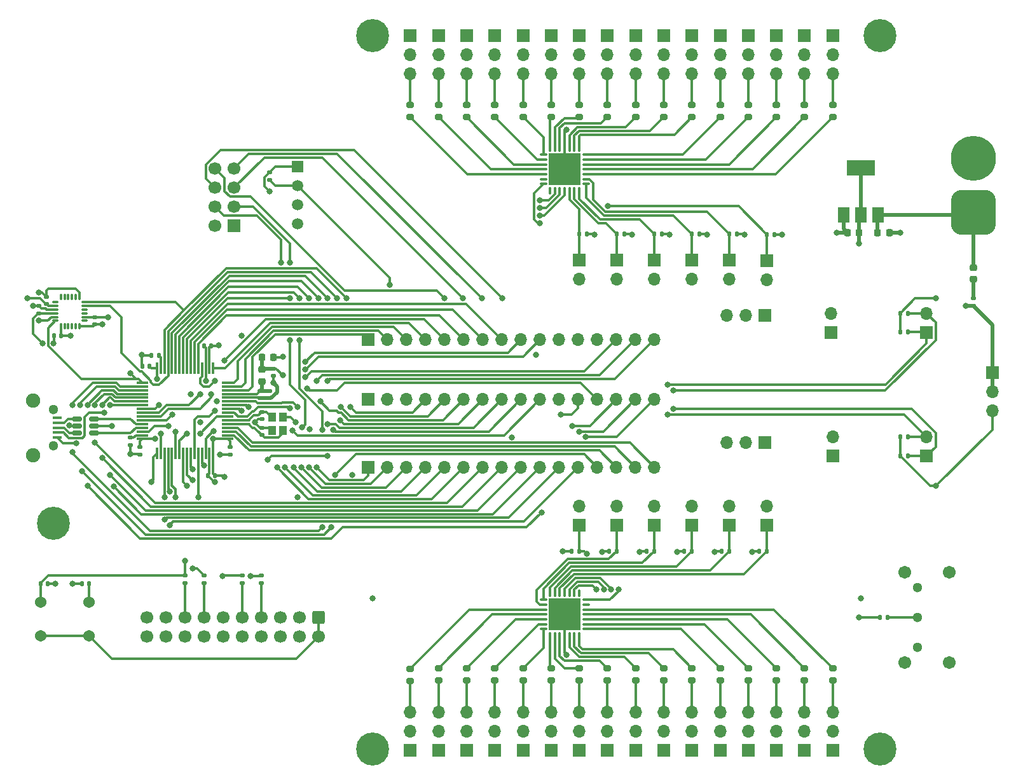
<source format=gtl>
G04 #@! TF.GenerationSoftware,KiCad,Pcbnew,7.0.5*
G04 #@! TF.CreationDate,2023-11-30T10:19:55+10:00*
G04 #@! TF.ProjectId,HEXCORE PCB Design v0,48455843-4f52-4452-9050-434220446573,rev?*
G04 #@! TF.SameCoordinates,Original*
G04 #@! TF.FileFunction,Copper,L1,Top*
G04 #@! TF.FilePolarity,Positive*
%FSLAX46Y46*%
G04 Gerber Fmt 4.6, Leading zero omitted, Abs format (unit mm)*
G04 Created by KiCad (PCBNEW 7.0.5) date 2023-11-30 10:19:55*
%MOMM*%
%LPD*%
G01*
G04 APERTURE LIST*
G04 Aperture macros list*
%AMRoundRect*
0 Rectangle with rounded corners*
0 $1 Rounding radius*
0 $2 $3 $4 $5 $6 $7 $8 $9 X,Y pos of 4 corners*
0 Add a 4 corners polygon primitive as box body*
4,1,4,$2,$3,$4,$5,$6,$7,$8,$9,$2,$3,0*
0 Add four circle primitives for the rounded corners*
1,1,$1+$1,$2,$3*
1,1,$1+$1,$4,$5*
1,1,$1+$1,$6,$7*
1,1,$1+$1,$8,$9*
0 Add four rect primitives between the rounded corners*
20,1,$1+$1,$2,$3,$4,$5,0*
20,1,$1+$1,$4,$5,$6,$7,0*
20,1,$1+$1,$6,$7,$8,$9,0*
20,1,$1+$1,$8,$9,$2,$3,0*%
G04 Aperture macros list end*
G04 #@! TA.AperFunction,ComponentPad*
%ADD10R,1.700000X1.700000*%
G04 #@! TD*
G04 #@! TA.AperFunction,ComponentPad*
%ADD11O,1.700000X1.700000*%
G04 #@! TD*
G04 #@! TA.AperFunction,ComponentPad*
%ADD12C,4.400000*%
G04 #@! TD*
G04 #@! TA.AperFunction,SMDPad,CuDef*
%ADD13RoundRect,0.140000X-0.170000X0.140000X-0.170000X-0.140000X0.170000X-0.140000X0.170000X0.140000X0*%
G04 #@! TD*
G04 #@! TA.AperFunction,SMDPad,CuDef*
%ADD14RoundRect,0.200000X-0.275000X0.200000X-0.275000X-0.200000X0.275000X-0.200000X0.275000X0.200000X0*%
G04 #@! TD*
G04 #@! TA.AperFunction,SMDPad,CuDef*
%ADD15RoundRect,0.218750X0.256250X-0.218750X0.256250X0.218750X-0.256250X0.218750X-0.256250X-0.218750X0*%
G04 #@! TD*
G04 #@! TA.AperFunction,SMDPad,CuDef*
%ADD16RoundRect,0.135000X-0.185000X0.135000X-0.185000X-0.135000X0.185000X-0.135000X0.185000X0.135000X0*%
G04 #@! TD*
G04 #@! TA.AperFunction,SMDPad,CuDef*
%ADD17RoundRect,0.225000X0.225000X0.250000X-0.225000X0.250000X-0.225000X-0.250000X0.225000X-0.250000X0*%
G04 #@! TD*
G04 #@! TA.AperFunction,SMDPad,CuDef*
%ADD18RoundRect,0.140000X0.140000X0.170000X-0.140000X0.170000X-0.140000X-0.170000X0.140000X-0.170000X0*%
G04 #@! TD*
G04 #@! TA.AperFunction,SMDPad,CuDef*
%ADD19RoundRect,0.200000X0.275000X-0.200000X0.275000X0.200000X-0.275000X0.200000X-0.275000X-0.200000X0*%
G04 #@! TD*
G04 #@! TA.AperFunction,SMDPad,CuDef*
%ADD20RoundRect,0.135000X0.135000X0.185000X-0.135000X0.185000X-0.135000X-0.185000X0.135000X-0.185000X0*%
G04 #@! TD*
G04 #@! TA.AperFunction,ComponentPad*
%ADD21R,1.500000X1.500000*%
G04 #@! TD*
G04 #@! TA.AperFunction,ComponentPad*
%ADD22C,1.500000*%
G04 #@! TD*
G04 #@! TA.AperFunction,SMDPad,CuDef*
%ADD23RoundRect,0.140000X0.170000X-0.140000X0.170000X0.140000X-0.170000X0.140000X-0.170000X-0.140000X0*%
G04 #@! TD*
G04 #@! TA.AperFunction,SMDPad,CuDef*
%ADD24R,1.000000X1.150000*%
G04 #@! TD*
G04 #@! TA.AperFunction,ComponentPad*
%ADD25C,1.300000*%
G04 #@! TD*
G04 #@! TA.AperFunction,ComponentPad*
%ADD26C,1.710000*%
G04 #@! TD*
G04 #@! TA.AperFunction,SMDPad,CuDef*
%ADD27RoundRect,0.150000X-0.512500X-0.150000X0.512500X-0.150000X0.512500X0.150000X-0.512500X0.150000X0*%
G04 #@! TD*
G04 #@! TA.AperFunction,SMDPad,CuDef*
%ADD28RoundRect,0.075000X0.437500X0.075000X-0.437500X0.075000X-0.437500X-0.075000X0.437500X-0.075000X0*%
G04 #@! TD*
G04 #@! TA.AperFunction,SMDPad,CuDef*
%ADD29RoundRect,0.075000X0.075000X0.437500X-0.075000X0.437500X-0.075000X-0.437500X0.075000X-0.437500X0*%
G04 #@! TD*
G04 #@! TA.AperFunction,SMDPad,CuDef*
%ADD30R,4.250000X4.250000*%
G04 #@! TD*
G04 #@! TA.AperFunction,SMDPad,CuDef*
%ADD31RoundRect,0.140000X-0.140000X-0.170000X0.140000X-0.170000X0.140000X0.170000X-0.140000X0.170000X0*%
G04 #@! TD*
G04 #@! TA.AperFunction,SMDPad,CuDef*
%ADD32RoundRect,0.135000X-0.135000X-0.185000X0.135000X-0.185000X0.135000X0.185000X-0.135000X0.185000X0*%
G04 #@! TD*
G04 #@! TA.AperFunction,ComponentPad*
%ADD33RoundRect,1.500000X1.500000X-1.500000X1.500000X1.500000X-1.500000X1.500000X-1.500000X-1.500000X0*%
G04 #@! TD*
G04 #@! TA.AperFunction,ComponentPad*
%ADD34C,6.000000*%
G04 #@! TD*
G04 #@! TA.AperFunction,SMDPad,CuDef*
%ADD35R,1.500000X2.000000*%
G04 #@! TD*
G04 #@! TA.AperFunction,SMDPad,CuDef*
%ADD36R,3.800000X2.000000*%
G04 #@! TD*
G04 #@! TA.AperFunction,ComponentPad*
%ADD37RoundRect,0.250000X-0.600000X0.600000X-0.600000X-0.600000X0.600000X-0.600000X0.600000X0.600000X0*%
G04 #@! TD*
G04 #@! TA.AperFunction,ComponentPad*
%ADD38C,1.700000*%
G04 #@! TD*
G04 #@! TA.AperFunction,SMDPad,CuDef*
%ADD39R,1.250000X0.400000*%
G04 #@! TD*
G04 #@! TA.AperFunction,ComponentPad*
%ADD40C,1.900000*%
G04 #@! TD*
G04 #@! TA.AperFunction,SMDPad,CuDef*
%ADD41RoundRect,0.225000X-0.225000X-0.250000X0.225000X-0.250000X0.225000X0.250000X-0.225000X0.250000X0*%
G04 #@! TD*
G04 #@! TA.AperFunction,ComponentPad*
%ADD42C,1.540000*%
G04 #@! TD*
G04 #@! TA.AperFunction,SMDPad,CuDef*
%ADD43RoundRect,0.075000X-0.075000X0.350000X-0.075000X-0.350000X0.075000X-0.350000X0.075000X0.350000X0*%
G04 #@! TD*
G04 #@! TA.AperFunction,SMDPad,CuDef*
%ADD44RoundRect,0.075000X-0.350000X-0.075000X0.350000X-0.075000X0.350000X0.075000X-0.350000X0.075000X0*%
G04 #@! TD*
G04 #@! TA.AperFunction,SMDPad,CuDef*
%ADD45RoundRect,0.075000X-0.437500X-0.075000X0.437500X-0.075000X0.437500X0.075000X-0.437500X0.075000X0*%
G04 #@! TD*
G04 #@! TA.AperFunction,SMDPad,CuDef*
%ADD46RoundRect,0.075000X-0.075000X-0.437500X0.075000X-0.437500X0.075000X0.437500X-0.075000X0.437500X0*%
G04 #@! TD*
G04 #@! TA.AperFunction,SMDPad,CuDef*
%ADD47RoundRect,0.075000X0.700000X0.075000X-0.700000X0.075000X-0.700000X-0.075000X0.700000X-0.075000X0*%
G04 #@! TD*
G04 #@! TA.AperFunction,SMDPad,CuDef*
%ADD48RoundRect,0.075000X0.075000X0.700000X-0.075000X0.700000X-0.075000X-0.700000X0.075000X-0.700000X0*%
G04 #@! TD*
G04 #@! TA.AperFunction,SMDPad,CuDef*
%ADD49RoundRect,0.135000X0.185000X-0.135000X0.185000X0.135000X-0.185000X0.135000X-0.185000X-0.135000X0*%
G04 #@! TD*
G04 #@! TA.AperFunction,ViaPad*
%ADD50C,0.800000*%
G04 #@! TD*
G04 #@! TA.AperFunction,Conductor*
%ADD51C,0.300000*%
G04 #@! TD*
G04 #@! TA.AperFunction,Conductor*
%ADD52C,0.500000*%
G04 #@! TD*
G04 APERTURE END LIST*
D10*
X133750000Y-122660000D03*
D11*
X133750000Y-120120000D03*
X133750000Y-117580000D03*
D12*
X140000000Y-27500000D03*
D13*
X40250000Y-81082000D03*
X40250000Y-82042000D03*
D14*
X81250000Y-36750000D03*
X81250000Y-38400000D03*
D15*
X57750000Y-73582000D03*
X57750000Y-72007000D03*
D16*
X57620000Y-99410000D03*
X57620000Y-100430000D03*
D10*
X146250000Y-83500000D03*
D11*
X146250000Y-80960000D03*
D10*
X124750000Y-64750000D03*
D11*
X122210000Y-64750000D03*
X119670000Y-64750000D03*
D17*
X137250000Y-53785000D03*
X135700000Y-53785000D03*
D13*
X58750000Y-74872000D03*
X58750000Y-75832000D03*
D16*
X55080000Y-99410000D03*
X55080000Y-100430000D03*
D18*
X31000000Y-67500000D03*
X30040000Y-67500000D03*
D16*
X47460000Y-99410000D03*
X47460000Y-100430000D03*
D19*
X133750000Y-113425000D03*
X133750000Y-111775000D03*
D13*
X57750000Y-77622000D03*
X57750000Y-78582000D03*
D10*
X105000000Y-57460000D03*
D11*
X105000000Y-60000000D03*
D10*
X71900000Y-85000000D03*
D11*
X74440000Y-85000000D03*
X76980000Y-85000000D03*
X79520000Y-85000000D03*
X82060000Y-85000000D03*
X84600000Y-85000000D03*
X87140000Y-85000000D03*
X89680000Y-85000000D03*
X92220000Y-85000000D03*
X94760000Y-85000000D03*
X97300000Y-85000000D03*
X99840000Y-85000000D03*
X102380000Y-85000000D03*
X104920000Y-85000000D03*
X107460000Y-85000000D03*
X110000000Y-85000000D03*
D20*
X105000000Y-96160000D03*
X103980000Y-96160000D03*
D19*
X88750000Y-113415000D03*
X88750000Y-111765000D03*
D10*
X71900000Y-76000000D03*
D11*
X74440000Y-76000000D03*
X76980000Y-76000000D03*
X79520000Y-76000000D03*
X82060000Y-76000000D03*
X84600000Y-76000000D03*
X87140000Y-76000000D03*
X89680000Y-76000000D03*
X92220000Y-76000000D03*
X94760000Y-76000000D03*
X97300000Y-76000000D03*
X99840000Y-76000000D03*
X102380000Y-76000000D03*
X104920000Y-76000000D03*
X107460000Y-76000000D03*
X110000000Y-76000000D03*
D19*
X81250000Y-113400000D03*
X81250000Y-111750000D03*
D10*
X125000000Y-92700000D03*
D11*
X125000000Y-90160000D03*
D10*
X115000000Y-122660000D03*
D11*
X115000000Y-120120000D03*
X115000000Y-117580000D03*
D10*
X133750000Y-83500000D03*
D11*
X133750000Y-80960000D03*
D14*
X85000000Y-36750000D03*
X85000000Y-38400000D03*
D21*
X62500000Y-45000000D03*
D22*
X62500000Y-47540000D03*
X62500000Y-50080000D03*
X62500000Y-52620000D03*
D10*
X81250000Y-27500000D03*
D11*
X81250000Y-30040000D03*
X81250000Y-32580000D03*
D19*
X130000000Y-113410000D03*
X130000000Y-111760000D03*
D10*
X130000000Y-122660000D03*
D11*
X130000000Y-120120000D03*
X130000000Y-117580000D03*
D10*
X118750000Y-122660000D03*
D11*
X118750000Y-120120000D03*
X118750000Y-117580000D03*
D18*
X42750000Y-71582000D03*
X41790000Y-71582000D03*
D10*
X88750000Y-122660000D03*
D11*
X88750000Y-120120000D03*
X88750000Y-117580000D03*
D13*
X57500000Y-74872000D03*
X57500000Y-75832000D03*
D23*
X29000000Y-63250000D03*
X29000000Y-62290000D03*
D13*
X59250000Y-71872000D03*
X59250000Y-72832000D03*
D14*
X118750000Y-36750000D03*
X118750000Y-38400000D03*
D10*
X96250000Y-122660000D03*
D11*
X96250000Y-120120000D03*
X96250000Y-117580000D03*
D13*
X28000000Y-63540000D03*
X28000000Y-64500000D03*
D24*
X60500000Y-80082000D03*
X60500000Y-78332000D03*
X59100000Y-78332000D03*
X59100000Y-80082000D03*
D14*
X115000000Y-36750000D03*
X115000000Y-38400000D03*
D10*
X100000000Y-92700000D03*
D11*
X100000000Y-90160000D03*
D20*
X143750000Y-64500000D03*
X142730000Y-64500000D03*
D14*
X103750000Y-36750000D03*
X103750000Y-38400000D03*
D25*
X145052500Y-109000000D03*
X145052500Y-105000000D03*
X145052500Y-101000000D03*
D26*
X149302500Y-111000000D03*
X143302500Y-111000000D03*
X143302500Y-99000000D03*
X149302500Y-99000000D03*
D14*
X130000000Y-36750000D03*
X130000000Y-38400000D03*
D20*
X143750000Y-67000000D03*
X142730000Y-67000000D03*
D16*
X58750000Y-45750000D03*
X58750000Y-46770000D03*
D13*
X53500000Y-82332000D03*
X53500000Y-83292000D03*
D10*
X120000000Y-92700000D03*
D11*
X120000000Y-90160000D03*
D10*
X105000000Y-92700000D03*
D11*
X105000000Y-90160000D03*
D23*
X35500000Y-65960000D03*
X35500000Y-65000000D03*
D10*
X103750000Y-122660000D03*
D11*
X103750000Y-120120000D03*
X103750000Y-117580000D03*
D10*
X115000000Y-27515000D03*
D11*
X115000000Y-30055000D03*
X115000000Y-32595000D03*
D14*
X77500000Y-36735000D03*
X77500000Y-38385000D03*
D10*
X85000000Y-27500000D03*
D11*
X85000000Y-30040000D03*
X85000000Y-32580000D03*
D27*
X33112500Y-78546000D03*
X33112500Y-79496000D03*
X33112500Y-80446000D03*
X35387500Y-80446000D03*
X35387500Y-79496000D03*
X35387500Y-78546000D03*
D20*
X100000000Y-96160000D03*
X98980000Y-96160000D03*
D10*
X122500000Y-122660000D03*
D11*
X122500000Y-120120000D03*
X122500000Y-117580000D03*
D10*
X100000000Y-122660000D03*
D11*
X100000000Y-120120000D03*
X100000000Y-117580000D03*
D28*
X100887500Y-47287500D03*
X100887500Y-46637500D03*
X100887500Y-45987500D03*
X100887500Y-45337500D03*
X100887500Y-44687500D03*
X100887500Y-44037500D03*
X100887500Y-43387500D03*
D29*
X100000000Y-42500000D03*
X99350000Y-42500000D03*
X98700000Y-42500000D03*
X98050000Y-42500000D03*
X97400000Y-42500000D03*
X96750000Y-42500000D03*
X96100000Y-42500000D03*
D28*
X95212500Y-43387500D03*
X95212500Y-44037500D03*
X95212500Y-44687500D03*
X95212500Y-45337500D03*
X95212500Y-45987500D03*
X95212500Y-46637500D03*
X95212500Y-47287500D03*
D29*
X96100000Y-48175000D03*
X96750000Y-48175000D03*
X97400000Y-48175000D03*
X98050000Y-48175000D03*
X98700000Y-48175000D03*
X99350000Y-48175000D03*
X100000000Y-48175000D03*
D30*
X98050000Y-45337500D03*
D10*
X155000000Y-72420000D03*
D11*
X155000000Y-74960000D03*
X155000000Y-77500000D03*
D31*
X50000000Y-68832000D03*
X50960000Y-68832000D03*
D32*
X125000000Y-54000000D03*
X126020000Y-54000000D03*
D31*
X28250000Y-100500000D03*
X29210000Y-100500000D03*
D10*
X110000000Y-57460000D03*
D11*
X110000000Y-60000000D03*
D10*
X85000000Y-122660000D03*
D11*
X85000000Y-120120000D03*
X85000000Y-117580000D03*
D18*
X44000000Y-70082000D03*
X43040000Y-70082000D03*
D14*
X111250000Y-36750000D03*
X111250000Y-38400000D03*
D32*
X110000000Y-53960000D03*
X111020000Y-53960000D03*
D20*
X115000000Y-96160000D03*
X113980000Y-96160000D03*
D12*
X140000000Y-122500000D03*
D19*
X118750000Y-113415000D03*
X118750000Y-111765000D03*
D33*
X152500000Y-51100000D03*
D34*
X152500000Y-43900000D03*
D14*
X133750000Y-36750000D03*
X133750000Y-38400000D03*
D10*
X122500000Y-27500000D03*
D11*
X122500000Y-30040000D03*
X122500000Y-32580000D03*
D35*
X135200000Y-51410000D03*
X137500000Y-51410000D03*
D36*
X137500000Y-45110000D03*
D35*
X139800000Y-51410000D03*
D10*
X115000000Y-92700000D03*
D11*
X115000000Y-90160000D03*
D37*
X65240000Y-105000000D03*
D38*
X65240000Y-107540000D03*
X62700000Y-105000000D03*
X62700000Y-107540000D03*
X60160000Y-105000000D03*
X60160000Y-107540000D03*
X57620000Y-105000000D03*
X57620000Y-107540000D03*
X55080000Y-105000000D03*
X55080000Y-107540000D03*
X52540000Y-105000000D03*
X52540000Y-107540000D03*
X50000000Y-105000000D03*
X50000000Y-107540000D03*
X47460000Y-105000000D03*
X47460000Y-107540000D03*
X44920000Y-105000000D03*
X44920000Y-107540000D03*
X42380000Y-105000000D03*
X42380000Y-107540000D03*
D10*
X88750000Y-27500000D03*
D11*
X88750000Y-30040000D03*
X88750000Y-32580000D03*
D20*
X110000000Y-96160000D03*
X108980000Y-96160000D03*
D10*
X110000000Y-92700000D03*
D11*
X110000000Y-90160000D03*
D39*
X30450000Y-78450000D03*
X30450000Y-79100000D03*
X30450000Y-79750000D03*
X30450000Y-80400000D03*
X30450000Y-81050000D03*
D25*
X29930000Y-77325000D03*
X29930000Y-82175000D03*
D40*
X27250000Y-76125000D03*
X27250000Y-83375000D03*
D41*
X139725000Y-53785000D03*
X141275000Y-53785000D03*
D10*
X96250000Y-27500000D03*
D11*
X96250000Y-30040000D03*
X96250000Y-32580000D03*
D10*
X100000000Y-27500000D03*
D11*
X100000000Y-30040000D03*
X100000000Y-32580000D03*
D10*
X130000000Y-27515000D03*
D11*
X130000000Y-30055000D03*
X130000000Y-32595000D03*
D10*
X92500000Y-122660000D03*
D11*
X92500000Y-120120000D03*
X92500000Y-117580000D03*
D10*
X54000000Y-52870000D03*
D38*
X51460000Y-52870000D03*
X54000000Y-50330000D03*
X51460000Y-50330000D03*
X54000000Y-47790000D03*
X51460000Y-47790000D03*
X54000000Y-45250000D03*
X51460000Y-45250000D03*
D32*
X140000000Y-105000000D03*
X141020000Y-105000000D03*
D10*
X71900000Y-68000000D03*
D11*
X74440000Y-68000000D03*
X76980000Y-68000000D03*
X79520000Y-68000000D03*
X82060000Y-68000000D03*
X84600000Y-68000000D03*
X87140000Y-68000000D03*
X89680000Y-68000000D03*
X92220000Y-68000000D03*
X94760000Y-68000000D03*
X97300000Y-68000000D03*
X99840000Y-68000000D03*
X102380000Y-68000000D03*
X104920000Y-68000000D03*
X107460000Y-68000000D03*
X110000000Y-68000000D03*
D32*
X100000000Y-53960000D03*
X101020000Y-53960000D03*
D31*
X33750000Y-100500000D03*
X34710000Y-100500000D03*
D32*
X142730000Y-80960000D03*
X143750000Y-80960000D03*
X115000000Y-53960000D03*
X116020000Y-53960000D03*
D19*
X107500000Y-113415000D03*
X107500000Y-111765000D03*
D23*
X57750000Y-80710000D03*
X57750000Y-79750000D03*
D19*
X92500000Y-113400000D03*
X92500000Y-111750000D03*
X122500000Y-113415000D03*
X122500000Y-111765000D03*
X115000000Y-113400000D03*
X115000000Y-111750000D03*
D10*
X107500000Y-27500000D03*
D11*
X107500000Y-30040000D03*
X107500000Y-32580000D03*
D42*
X28250000Y-103000000D03*
X34750000Y-103000000D03*
X28250000Y-107500000D03*
X34750000Y-107500000D03*
D10*
X103750000Y-27500000D03*
D11*
X103750000Y-30040000D03*
X103750000Y-32580000D03*
D18*
X51500000Y-86082000D03*
X50540000Y-86082000D03*
D19*
X111250000Y-113400000D03*
X111250000Y-111750000D03*
D16*
X50000000Y-99410000D03*
X50000000Y-100430000D03*
D10*
X107500000Y-122660000D03*
D11*
X107500000Y-120120000D03*
X107500000Y-117580000D03*
D10*
X77500000Y-122660000D03*
D11*
X77500000Y-120120000D03*
X77500000Y-117580000D03*
D10*
X111250000Y-27500000D03*
D11*
X111250000Y-30040000D03*
X111250000Y-32580000D03*
D19*
X103750000Y-113415000D03*
X103750000Y-111765000D03*
X126250000Y-113425000D03*
X126250000Y-111775000D03*
D43*
X33450000Y-62300000D03*
X32950000Y-62300000D03*
X32450000Y-62300000D03*
X31950000Y-62300000D03*
X31450000Y-62300000D03*
X30950000Y-62300000D03*
D44*
X30250000Y-63000000D03*
X30250000Y-63500000D03*
X30250000Y-64000000D03*
X30250000Y-64500000D03*
X30250000Y-65000000D03*
X30250000Y-65500000D03*
D43*
X30950000Y-66200000D03*
X31450000Y-66200000D03*
X31950000Y-66200000D03*
X32450000Y-66200000D03*
X32950000Y-66200000D03*
X33450000Y-66200000D03*
D44*
X34150000Y-65500000D03*
X34150000Y-65000000D03*
X34150000Y-64500000D03*
X34150000Y-64000000D03*
X34150000Y-63500000D03*
X34150000Y-63000000D03*
D10*
X92500000Y-27500000D03*
D11*
X92500000Y-30040000D03*
X92500000Y-32580000D03*
D10*
X81250000Y-122660000D03*
D11*
X81250000Y-120120000D03*
X81250000Y-117580000D03*
D19*
X77500000Y-113475000D03*
X77500000Y-111825000D03*
D10*
X118750000Y-27515000D03*
D11*
X118750000Y-30055000D03*
X118750000Y-32595000D03*
D10*
X146250000Y-67040000D03*
D11*
X146250000Y-64500000D03*
D45*
X95212500Y-102660000D03*
X95212500Y-103310000D03*
X95212500Y-103960000D03*
X95212500Y-104610000D03*
X95212500Y-105260000D03*
X95212500Y-105910000D03*
X95212500Y-106560000D03*
D46*
X96100000Y-107447500D03*
X96750000Y-107447500D03*
X97400000Y-107447500D03*
X98050000Y-107447500D03*
X98700000Y-107447500D03*
X99350000Y-107447500D03*
X100000000Y-107447500D03*
D45*
X100887500Y-106560000D03*
X100887500Y-105910000D03*
X100887500Y-105260000D03*
X100887500Y-104610000D03*
X100887500Y-103960000D03*
X100887500Y-103310000D03*
X100887500Y-102660000D03*
D46*
X100000000Y-101772500D03*
X99350000Y-101772500D03*
X98700000Y-101772500D03*
X98050000Y-101772500D03*
X97400000Y-101772500D03*
X96750000Y-101772500D03*
X96100000Y-101772500D03*
D30*
X98050000Y-104610000D03*
D14*
X96250000Y-36750000D03*
X96250000Y-38400000D03*
X126250000Y-36750000D03*
X126250000Y-38400000D03*
D10*
X125000000Y-57500000D03*
D11*
X125000000Y-60040000D03*
D19*
X96250000Y-113400000D03*
X96250000Y-111750000D03*
D12*
X72500000Y-27500000D03*
D10*
X111250000Y-122660000D03*
D11*
X111250000Y-120120000D03*
X111250000Y-117580000D03*
D10*
X133750000Y-27500000D03*
D11*
X133750000Y-30040000D03*
X133750000Y-32580000D03*
D14*
X100000000Y-36750000D03*
X100000000Y-38400000D03*
X88750000Y-36750000D03*
X88750000Y-38400000D03*
D20*
X125000000Y-96160000D03*
X123980000Y-96160000D03*
D47*
X53175000Y-81250000D03*
X53175000Y-80750000D03*
X53175000Y-80250000D03*
X53175000Y-79750000D03*
X53175000Y-79250000D03*
X53175000Y-78750000D03*
X53175000Y-78250000D03*
X53175000Y-77750000D03*
X53175000Y-77250000D03*
X53175000Y-76750000D03*
X53175000Y-76250000D03*
X53175000Y-75750000D03*
X53175000Y-75250000D03*
X53175000Y-74750000D03*
X53175000Y-74250000D03*
X53175000Y-73750000D03*
D48*
X51250000Y-71825000D03*
X50750000Y-71825000D03*
X50250000Y-71825000D03*
X49750000Y-71825000D03*
X49250000Y-71825000D03*
X48750000Y-71825000D03*
X48250000Y-71825000D03*
X47750000Y-71825000D03*
X47250000Y-71825000D03*
X46750000Y-71825000D03*
X46250000Y-71825000D03*
X45750000Y-71825000D03*
X45250000Y-71825000D03*
X44750000Y-71825000D03*
X44250000Y-71825000D03*
X43750000Y-71825000D03*
D47*
X41825000Y-73750000D03*
X41825000Y-74250000D03*
X41825000Y-74750000D03*
X41825000Y-75250000D03*
X41825000Y-75750000D03*
X41825000Y-76250000D03*
X41825000Y-76750000D03*
X41825000Y-77250000D03*
X41825000Y-77750000D03*
X41825000Y-78250000D03*
X41825000Y-78750000D03*
X41825000Y-79250000D03*
X41825000Y-79750000D03*
X41825000Y-80250000D03*
X41825000Y-80750000D03*
X41825000Y-81250000D03*
D48*
X43750000Y-83175000D03*
X44250000Y-83175000D03*
X44750000Y-83175000D03*
X45250000Y-83175000D03*
X45750000Y-83175000D03*
X46250000Y-83175000D03*
X46750000Y-83175000D03*
X47250000Y-83175000D03*
X47750000Y-83175000D03*
X48250000Y-83175000D03*
X48750000Y-83175000D03*
X49250000Y-83175000D03*
X49750000Y-83175000D03*
X50250000Y-83175000D03*
X50750000Y-83175000D03*
X51250000Y-83175000D03*
D10*
X126250000Y-122685000D03*
D11*
X126250000Y-120145000D03*
X126250000Y-117605000D03*
D10*
X124750000Y-81750000D03*
D11*
X122210000Y-81750000D03*
X119670000Y-81750000D03*
D19*
X100000000Y-113415000D03*
X100000000Y-111765000D03*
D14*
X107500000Y-36750000D03*
X107500000Y-38400000D03*
D32*
X105000000Y-53960000D03*
X106020000Y-53960000D03*
D12*
X72500000Y-122500000D03*
D10*
X126250000Y-27500000D03*
D11*
X126250000Y-30040000D03*
X126250000Y-32580000D03*
D12*
X30000000Y-92500000D03*
D19*
X85000000Y-113400000D03*
X85000000Y-111750000D03*
D20*
X120010000Y-96160000D03*
X118990000Y-96160000D03*
D32*
X142730000Y-83460000D03*
X143750000Y-83460000D03*
D10*
X115000000Y-57460000D03*
D11*
X115000000Y-60000000D03*
D10*
X133500000Y-67040000D03*
D11*
X133500000Y-64500000D03*
D49*
X152500000Y-63520000D03*
X152500000Y-62500000D03*
D14*
X122500000Y-36750000D03*
X122500000Y-38400000D03*
X92500000Y-36750000D03*
X92500000Y-38400000D03*
D32*
X120000000Y-53960000D03*
X121020000Y-53960000D03*
D10*
X77500000Y-27500000D03*
D11*
X77500000Y-30040000D03*
X77500000Y-32580000D03*
D10*
X100000000Y-57460000D03*
D11*
X100000000Y-60000000D03*
D41*
X57750000Y-70332000D03*
X59300000Y-70332000D03*
D10*
X120000000Y-57460000D03*
D11*
X120000000Y-60000000D03*
D15*
X152500000Y-60000000D03*
X152500000Y-58425000D03*
D13*
X41500000Y-82332000D03*
X41500000Y-83292000D03*
D50*
X94750000Y-52500000D03*
X103758530Y-50241470D03*
X101000000Y-96500500D03*
X105249503Y-101250000D03*
X62500000Y-76999500D03*
X61970998Y-84999104D03*
X64095023Y-79904977D03*
X62970023Y-85029977D03*
X55987426Y-77000816D03*
X147500000Y-87500000D03*
X43750000Y-73250000D03*
X51250000Y-81250000D03*
X26500000Y-62500000D03*
X147500000Y-62500000D03*
X58750000Y-48250000D03*
X60500000Y-72750000D03*
X94750000Y-51500000D03*
X52750000Y-86250000D03*
X137500000Y-102500000D03*
X37750000Y-79500000D03*
X50250000Y-73500000D03*
X43500000Y-81250000D03*
X72500000Y-102500000D03*
X104250000Y-101250000D03*
X137250000Y-55250000D03*
X32250000Y-67500000D03*
X45778035Y-77999500D03*
X36750000Y-77750000D03*
X56250000Y-99500000D03*
X63500000Y-73000000D03*
X45250000Y-79499500D03*
X52500000Y-99500000D03*
X43000000Y-87000000D03*
X65000000Y-73500000D03*
X67500000Y-86000500D03*
X46250000Y-89000000D03*
X46250000Y-80250000D03*
X49250000Y-89000500D03*
X137250000Y-105000000D03*
X48500000Y-98500000D03*
X49500000Y-79000000D03*
X47750000Y-80500000D03*
X69500000Y-77000000D03*
X47500000Y-97500000D03*
X49500000Y-80500000D03*
X69000000Y-62500000D03*
X111750000Y-78000000D03*
X97500000Y-78000000D03*
X112500000Y-77250000D03*
X67750000Y-62500000D03*
X84500000Y-62500000D03*
X87000000Y-62500000D03*
X89750000Y-62500000D03*
X82000000Y-62500000D03*
X51500000Y-73500000D03*
X52750500Y-70806277D03*
X59750000Y-85000000D03*
X65750000Y-80000000D03*
X62750000Y-62500000D03*
X62750000Y-68049500D03*
X60250000Y-57750000D03*
X61500000Y-68049500D03*
X61500000Y-62500000D03*
X61500000Y-57750500D03*
X63111917Y-79724676D03*
X60750000Y-85000000D03*
X74750000Y-60750000D03*
X55000000Y-77499500D03*
X64000000Y-85000000D03*
X32500000Y-76750000D03*
X65750000Y-93000000D03*
X69750000Y-86000000D03*
X99081637Y-79499500D03*
X32500000Y-83000000D03*
X51750000Y-76250000D03*
X40250000Y-72500000D03*
X63750000Y-74500500D03*
X48278035Y-75278035D03*
X94244773Y-69995273D03*
X48500000Y-85250000D03*
X111750000Y-74000000D03*
X94750000Y-49500000D03*
X102250000Y-101250000D03*
X68119233Y-78749118D03*
X62500000Y-89000000D03*
X103250000Y-101250000D03*
X112500000Y-74750000D03*
X61791780Y-80091285D03*
X94750000Y-50500000D03*
X51279977Y-80220023D03*
X113000000Y-96250000D03*
X30250000Y-100500000D03*
X98279977Y-109970023D03*
X52149312Y-83350688D03*
X56808472Y-79001982D03*
X122000000Y-54000000D03*
X107000000Y-54000000D03*
X108000000Y-96250000D03*
X51500000Y-87000000D03*
X103000000Y-96250000D03*
X117000000Y-54000000D03*
X36500000Y-66000000D03*
X97750500Y-96173913D03*
X52000000Y-68750000D03*
X142750000Y-53750000D03*
X127000000Y-54000000D03*
X62250000Y-79000000D03*
X28000000Y-65500000D03*
X27249500Y-63500000D03*
X123000000Y-96250000D03*
X32500000Y-100500000D03*
X60500000Y-70250000D03*
X118000000Y-96250000D03*
X30000000Y-68500000D03*
X33000000Y-81845500D03*
X134250000Y-53750000D03*
X112000000Y-54000000D03*
X151500000Y-63500000D03*
X40250000Y-83250000D03*
X41750000Y-70000000D03*
X59250000Y-73750000D03*
X28000000Y-61750500D03*
X32113745Y-79428791D03*
X98279977Y-40029977D03*
X102000000Y-54000000D03*
X28500000Y-68500000D03*
X37250000Y-65000000D03*
X63499500Y-71000000D03*
X49500000Y-75250000D03*
X63500000Y-72000000D03*
X51000000Y-75250000D03*
X54998411Y-67498411D03*
X44250000Y-80500000D03*
X66470023Y-73529977D03*
X61500000Y-77156998D03*
X65000000Y-85000000D03*
X35500000Y-81750000D03*
X35500000Y-76750000D03*
X36470023Y-83779977D03*
X36500000Y-76750000D03*
X37500000Y-86000000D03*
X37500000Y-76750000D03*
X37970023Y-87529977D03*
X44000000Y-76750000D03*
X44750000Y-89000000D03*
X44750000Y-91999500D03*
X45456402Y-92706608D03*
X45500000Y-88250000D03*
X64000000Y-62500000D03*
X65250000Y-62500000D03*
X66500000Y-62500000D03*
X47749500Y-87500500D03*
X68250000Y-77000000D03*
X65500000Y-76250000D03*
X48500000Y-86751000D03*
X66500000Y-79250000D03*
X51500000Y-77500000D03*
X66500000Y-83500000D03*
X50000500Y-84749500D03*
X58500000Y-84000000D03*
X67250000Y-80000500D03*
X67000000Y-93000000D03*
X33750000Y-85500000D03*
X100000000Y-80250000D03*
X91000000Y-81000000D03*
X33500000Y-76750000D03*
X34500000Y-87500000D03*
X95000000Y-91000000D03*
X100831637Y-80999500D03*
X34500000Y-76750000D03*
D51*
X100000000Y-50664212D02*
X100000000Y-53960000D01*
X98700000Y-48175000D02*
X98700000Y-49364212D01*
X100000000Y-53960000D02*
X100000000Y-57460000D01*
X98700000Y-49364212D02*
X100000000Y-50664212D01*
X105000000Y-57460000D02*
X105000000Y-53960000D01*
X102542894Y-52500000D02*
X103540000Y-52500000D01*
X103540000Y-52500000D02*
X105000000Y-53960000D01*
X99350000Y-48175000D02*
X99350000Y-49307106D01*
X99350000Y-49307106D02*
X102542894Y-52500000D01*
X100000000Y-48175000D02*
X100000000Y-49250000D01*
X108040000Y-52000000D02*
X110000000Y-53960000D01*
X100000000Y-49250000D02*
X102750000Y-52000000D01*
X102750000Y-52000000D02*
X108040000Y-52000000D01*
X110000000Y-57460000D02*
X110000000Y-53960000D01*
X115000000Y-53960000D02*
X115000000Y-57460000D01*
X100887500Y-47287500D02*
X100887500Y-49137500D01*
X103250000Y-51500000D02*
X112540000Y-51500000D01*
X112540000Y-51500000D02*
X115000000Y-53960000D01*
X100887500Y-49137500D02*
X103250000Y-51500000D01*
X103457106Y-51000000D02*
X117040000Y-51000000D01*
X101351041Y-46637500D02*
X101853553Y-47140012D01*
X120000000Y-57460000D02*
X120000000Y-53960000D01*
X101853553Y-49396447D02*
X103457106Y-51000000D01*
X117040000Y-51000000D02*
X120000000Y-53960000D01*
X100887500Y-46637500D02*
X101351041Y-46637500D01*
X101853553Y-47140012D02*
X101853553Y-49396447D01*
X95212500Y-47287500D02*
X94000000Y-48500000D01*
X121241470Y-50241470D02*
X103758530Y-50241470D01*
X94000000Y-48500000D02*
X94000000Y-52000000D01*
X94500000Y-52500000D02*
X94750000Y-52500000D01*
X125000000Y-54000000D02*
X121241470Y-50241470D01*
X125000000Y-54000000D02*
X125000000Y-57500000D01*
X94000000Y-52000000D02*
X94500000Y-52500000D01*
X104090000Y-102660000D02*
X100887500Y-102660000D01*
X105249503Y-101500497D02*
X104090000Y-102660000D01*
X105249503Y-101250000D02*
X105249503Y-101500497D01*
X100000000Y-96160000D02*
X100659500Y-96160000D01*
X100000000Y-92700000D02*
X100000000Y-96160000D01*
X100659500Y-96160000D02*
X101000000Y-96500500D01*
X94350000Y-102911041D02*
X94350000Y-101359214D01*
X94350000Y-101359214D02*
X98459212Y-97250000D01*
X105000000Y-96160000D02*
X105000000Y-92700000D01*
X95212500Y-103310000D02*
X94748959Y-103310000D01*
X103910000Y-97250000D02*
X105000000Y-96160000D01*
X98459212Y-97250000D02*
X103910000Y-97250000D01*
X94748959Y-103310000D02*
X94350000Y-102911041D01*
X98666319Y-97750000D02*
X108410000Y-97750000D01*
X95212500Y-102660000D02*
X95212500Y-101203820D01*
X108410000Y-97750000D02*
X110000000Y-96160000D01*
X110000000Y-92700000D02*
X110000000Y-96160000D01*
X95212500Y-101203820D02*
X98666319Y-97750000D01*
X96100000Y-101023427D02*
X98873426Y-98250000D01*
X115000000Y-96160000D02*
X115000000Y-92700000D01*
X98873426Y-98250000D02*
X112910000Y-98250000D01*
X96100000Y-101772500D02*
X96100000Y-101023427D01*
X112910000Y-98250000D02*
X115000000Y-96160000D01*
X120000000Y-96150000D02*
X120000000Y-92700000D01*
X96750000Y-101080534D02*
X99080533Y-98750000D01*
X120010000Y-96160000D02*
X120000000Y-96150000D01*
X99080533Y-98750000D02*
X117420000Y-98750000D01*
X117420000Y-98750000D02*
X120010000Y-96160000D01*
X96750000Y-101772500D02*
X96750000Y-101080534D01*
X125000000Y-96160000D02*
X125000000Y-92700000D01*
X97400000Y-101137640D02*
X99287640Y-99250000D01*
X121910000Y-99250000D02*
X125000000Y-96160000D01*
X97400000Y-101772500D02*
X97400000Y-101137640D01*
X99287640Y-99250000D02*
X121910000Y-99250000D01*
D52*
X152190000Y-51410000D02*
X152500000Y-51100000D01*
X139800000Y-51410000D02*
X152190000Y-51410000D01*
X152500000Y-58425000D02*
X152500000Y-51100000D01*
X139725000Y-53785000D02*
X139725000Y-51485000D01*
X139725000Y-51485000D02*
X139800000Y-51410000D01*
D51*
X133750000Y-32580000D02*
X133750000Y-36750000D01*
X130000000Y-36750000D02*
X130000000Y-32595000D01*
X126250000Y-32580000D02*
X126250000Y-36750000D01*
X122500000Y-32580000D02*
X122500000Y-36750000D01*
X118750000Y-36750000D02*
X118750000Y-32595000D01*
X115000000Y-32595000D02*
X115000000Y-36750000D01*
X44250000Y-70332000D02*
X44250000Y-71825000D01*
X44000000Y-70082000D02*
X44250000Y-70332000D01*
X111250000Y-36750000D02*
X111250000Y-32580000D01*
X107500000Y-32580000D02*
X107500000Y-36750000D01*
X103750000Y-36750000D02*
X103750000Y-32580000D01*
X100000000Y-36750000D02*
X100000000Y-32580000D01*
X96250000Y-32580000D02*
X96250000Y-36750000D01*
X92500000Y-36750000D02*
X92500000Y-32580000D01*
X88750000Y-36750000D02*
X88750000Y-32580000D01*
X85000000Y-36750000D02*
X85000000Y-32580000D01*
X40616959Y-81082000D02*
X40948959Y-80750000D01*
X40948959Y-80750000D02*
X41825000Y-80750000D01*
X40250000Y-81082000D02*
X40616959Y-81082000D01*
X57620000Y-100430000D02*
X57620000Y-105000000D01*
X55080000Y-100430000D02*
X55080000Y-105000000D01*
X81250000Y-32580000D02*
X81250000Y-36750000D01*
X77500000Y-36735000D02*
X77500000Y-32580000D01*
X77500000Y-113475000D02*
X77500000Y-117580000D01*
X81250000Y-117580000D02*
X81250000Y-113400000D01*
X85000000Y-113400000D02*
X85000000Y-117580000D01*
X88750000Y-117580000D02*
X88750000Y-113415000D01*
X92500000Y-113400000D02*
X92500000Y-117580000D01*
X96250000Y-117580000D02*
X96250000Y-113400000D01*
X50000000Y-100430000D02*
X50000000Y-105000000D01*
X100000000Y-113415000D02*
X100000000Y-117580000D01*
X103750000Y-117580000D02*
X103750000Y-113415000D01*
X107500000Y-113415000D02*
X107500000Y-117580000D01*
X111250000Y-117580000D02*
X111250000Y-113400000D01*
X115000000Y-113400000D02*
X115000000Y-117580000D01*
X118750000Y-117580000D02*
X118750000Y-113415000D01*
X122500000Y-113415000D02*
X122500000Y-117580000D01*
X126250000Y-117605000D02*
X126250000Y-113425000D01*
X47460000Y-100430000D02*
X47460000Y-105000000D01*
X130000000Y-117580000D02*
X130000000Y-113410000D01*
X133750000Y-113425000D02*
X133750000Y-117580000D01*
X62500000Y-76999500D02*
X61907998Y-76407498D01*
X61970998Y-85091613D02*
X61970998Y-84999104D01*
X56915035Y-76250000D02*
X53175000Y-76250000D01*
X57134704Y-76469669D02*
X56915035Y-76250000D01*
X61907998Y-76407498D02*
X60456771Y-76407498D01*
X70250000Y-88250000D02*
X65129385Y-88250000D01*
X65129385Y-88250000D02*
X61970998Y-85091613D01*
X76270000Y-88250000D02*
X70250000Y-88250000D01*
X79520000Y-85000000D02*
X76270000Y-88250000D01*
X60456771Y-76407498D02*
X60394600Y-76469669D01*
X60394600Y-76469669D02*
X57134704Y-76469669D01*
X55736610Y-76750000D02*
X53175000Y-76750000D01*
X74230000Y-87750000D02*
X70250000Y-87750000D01*
X55987426Y-77000816D02*
X55736610Y-76750000D01*
X65690046Y-87750000D02*
X62970023Y-85029977D01*
X70250000Y-87750000D02*
X65690046Y-87750000D01*
X76980000Y-85000000D02*
X74230000Y-87750000D01*
X142730000Y-83480000D02*
X142730000Y-83460000D01*
X51500000Y-86082000D02*
X52582000Y-86082000D01*
D52*
X59250000Y-71872000D02*
X57885000Y-71872000D01*
D51*
X62500000Y-45000000D02*
X59500000Y-45000000D01*
X52582000Y-86082000D02*
X52750000Y-86250000D01*
X58080000Y-46420000D02*
X58750000Y-45750000D01*
X155000000Y-80000000D02*
X155000000Y-77500000D01*
D52*
X137250000Y-51660000D02*
X137500000Y-51410000D01*
D51*
X43750000Y-71825000D02*
X42993000Y-71825000D01*
X146750000Y-87500000D02*
X142730000Y-83480000D01*
D52*
X57885000Y-71872000D02*
X57750000Y-72007000D01*
D51*
X142730000Y-67000000D02*
X142730000Y-64500000D01*
X41500000Y-81575000D02*
X41825000Y-81250000D01*
D52*
X57750000Y-70332000D02*
X57750000Y-72007000D01*
D51*
X59250000Y-71872000D02*
X59622000Y-71872000D01*
X43750000Y-71825000D02*
X43750000Y-73250000D01*
X147500000Y-87500000D02*
X155000000Y-80000000D01*
X41825000Y-81250000D02*
X43500000Y-81250000D01*
X51250000Y-85832000D02*
X51500000Y-86082000D01*
X31000000Y-67500000D02*
X32250000Y-67500000D01*
X104250000Y-101189339D02*
X104250000Y-101250000D01*
X59622000Y-71872000D02*
X60500000Y-72750000D01*
D52*
X137250000Y-53785000D02*
X137250000Y-51660000D01*
D51*
X62280000Y-110500000D02*
X65240000Y-107540000D01*
X53500000Y-81575000D02*
X53175000Y-81250000D01*
X95302753Y-51500000D02*
X94750000Y-51500000D01*
X98050000Y-48752753D02*
X95302753Y-51500000D01*
X37746000Y-79496000D02*
X37750000Y-79500000D01*
X26500000Y-62500000D02*
X28207035Y-62500000D01*
X98050000Y-48175000D02*
X98050000Y-48752753D01*
X50250000Y-69082000D02*
X50250000Y-71825000D01*
X99494746Y-99750000D02*
X102810661Y-99750000D01*
X28250000Y-107500000D02*
X34750000Y-107500000D01*
X51250000Y-83175000D02*
X51250000Y-81250000D01*
X37750000Y-110500000D02*
X62280000Y-110500000D01*
X29250000Y-63500000D02*
X30250000Y-63500000D01*
X53175000Y-81250000D02*
X51250000Y-81250000D01*
X50250000Y-71825000D02*
X50250000Y-73500000D01*
X142730000Y-80960000D02*
X142730000Y-83460000D01*
X65240000Y-105000000D02*
X65240000Y-107540000D01*
X51250000Y-83175000D02*
X51250000Y-85832000D01*
X41500000Y-82332000D02*
X41500000Y-81575000D01*
X31000000Y-67500000D02*
X30950000Y-67450000D01*
X102810661Y-99750000D02*
X104250000Y-101189339D01*
X98050000Y-101772500D02*
X98050000Y-101194747D01*
X50000000Y-68832000D02*
X50250000Y-69082000D01*
X42993000Y-71825000D02*
X42750000Y-71582000D01*
X35387500Y-79496000D02*
X37746000Y-79496000D01*
X59500000Y-45000000D02*
X58750000Y-45750000D01*
X98050000Y-101194747D02*
X99494746Y-99750000D01*
X30950000Y-67450000D02*
X30950000Y-66200000D01*
D52*
X137500000Y-45110000D02*
X137500000Y-51410000D01*
D51*
X28957035Y-63250000D02*
X29000000Y-63250000D01*
X58750000Y-48250000D02*
X58080000Y-47580000D01*
X29000000Y-63250000D02*
X29250000Y-63500000D01*
X147500000Y-62500000D02*
X144730000Y-62500000D01*
X147500000Y-87500000D02*
X146750000Y-87500000D01*
X34750000Y-107500000D02*
X37750000Y-110500000D01*
X53500000Y-82332000D02*
X53500000Y-81575000D01*
X58080000Y-47580000D02*
X58080000Y-46420000D01*
D52*
X137250000Y-53785000D02*
X137250000Y-55250000D01*
D51*
X28207035Y-62500000D02*
X28957035Y-63250000D01*
X144730000Y-62500000D02*
X142730000Y-64500000D01*
X31375000Y-79100000D02*
X30450000Y-79100000D01*
X33112500Y-78546000D02*
X31929000Y-78546000D01*
X31929000Y-78546000D02*
X31375000Y-79100000D01*
X32071000Y-80446000D02*
X31375000Y-79750000D01*
X31375000Y-79750000D02*
X30450000Y-79750000D01*
X33112500Y-80446000D02*
X32071000Y-80446000D01*
D52*
X57500000Y-74872000D02*
X58750000Y-74872000D01*
D51*
X53175000Y-75250000D02*
X57079035Y-75250000D01*
X57079035Y-75250000D02*
X57457035Y-74872000D01*
D52*
X57750000Y-74622000D02*
X57500000Y-74872000D01*
X57750000Y-73582000D02*
X57750000Y-74622000D01*
D51*
X57457035Y-74872000D02*
X57500000Y-74872000D01*
X33832107Y-81096000D02*
X34125000Y-80803107D01*
X45027535Y-78750000D02*
X41825000Y-78750000D01*
X34125000Y-78375000D02*
X34750000Y-77750000D01*
X34750000Y-77750000D02*
X36750000Y-77750000D01*
X32013894Y-81096000D02*
X33832107Y-81096000D01*
X31317894Y-80400000D02*
X32013894Y-81096000D01*
X45778035Y-77999500D02*
X45027535Y-78750000D01*
X30450000Y-80400000D02*
X31317894Y-80400000D01*
X34125000Y-80803107D02*
X34125000Y-78375000D01*
X35387500Y-78546000D02*
X40244959Y-78546000D01*
X40948959Y-79250000D02*
X41825000Y-79250000D01*
X40244959Y-78546000D02*
X40948959Y-79250000D01*
X35387500Y-80446000D02*
X40252959Y-80446000D01*
X40948959Y-79750000D02*
X41825000Y-79750000D01*
X40252959Y-80446000D02*
X40948959Y-79750000D01*
X45249500Y-79500000D02*
X45250000Y-79499500D01*
X41825000Y-80250000D02*
X42701041Y-80250000D01*
X64310661Y-72250000D02*
X63560661Y-73000000D01*
X42701041Y-80250000D02*
X43451041Y-79500000D01*
X100670000Y-72250000D02*
X70250000Y-72250000D01*
X43451041Y-79500000D02*
X45249500Y-79500000D01*
X57530000Y-99500000D02*
X57620000Y-99410000D01*
X63560661Y-73000000D02*
X63500000Y-73000000D01*
X56250000Y-99500000D02*
X57530000Y-99500000D01*
X70250000Y-72250000D02*
X64310661Y-72250000D01*
X104920000Y-68000000D02*
X100670000Y-72250000D01*
X43000000Y-87000000D02*
X43250961Y-86749039D01*
X102710000Y-72750000D02*
X70250000Y-72750000D01*
X52590000Y-99410000D02*
X52500000Y-99500000D01*
X43250961Y-86749039D02*
X43250961Y-83674039D01*
X43250961Y-83674039D02*
X43750000Y-83175000D01*
X70250000Y-72750000D02*
X65750000Y-72750000D01*
X55080000Y-99410000D02*
X52590000Y-99410000D01*
X65750000Y-72750000D02*
X65000000Y-73500000D01*
X107460000Y-68000000D02*
X102710000Y-72750000D01*
X45750000Y-87439339D02*
X45750000Y-83175000D01*
X102380000Y-85000000D02*
X100630000Y-83250000D01*
X46250000Y-87939339D02*
X45750000Y-87439339D01*
X46250000Y-89000000D02*
X46250000Y-87939339D01*
X67500000Y-86000000D02*
X67500000Y-86000500D01*
X100630000Y-83250000D02*
X70250000Y-83250000D01*
X70250000Y-83250000D02*
X67500000Y-86000000D01*
X46250000Y-80250000D02*
X46250000Y-83175000D01*
X137250000Y-105000000D02*
X140000000Y-105000000D01*
X49250000Y-83175000D02*
X49250000Y-89000500D01*
X69500000Y-77000000D02*
X70250000Y-77750000D01*
X46750000Y-83175000D02*
X46750000Y-81500000D01*
X49090000Y-98500000D02*
X50000000Y-99410000D01*
X77770000Y-77750000D02*
X70250000Y-77750000D01*
X48500000Y-98500000D02*
X49090000Y-98500000D01*
X79520000Y-76000000D02*
X77770000Y-77750000D01*
X46750000Y-81500000D02*
X47750000Y-80500000D01*
X56497811Y-79751982D02*
X56751982Y-79751982D01*
X56058472Y-79250000D02*
X56058472Y-79312643D01*
X56058472Y-79312643D02*
X56497811Y-79751982D01*
X57090000Y-80092965D02*
X57707035Y-80710000D01*
X57090000Y-80090000D02*
X57090000Y-80092965D01*
X56751982Y-79751982D02*
X57090000Y-80090000D01*
X53175000Y-79250000D02*
X56058472Y-79250000D01*
X59950000Y-81007000D02*
X60500000Y-80457000D01*
X58047000Y-81007000D02*
X59950000Y-81007000D01*
X60500000Y-80457000D02*
X60500000Y-80082000D01*
X57707035Y-80710000D02*
X57750000Y-80710000D01*
X57750000Y-80710000D02*
X58047000Y-81007000D01*
X56667793Y-78082000D02*
X57247035Y-78082000D01*
X57500000Y-77622000D02*
X58290000Y-77622000D01*
X58290000Y-77622000D02*
X59000000Y-78332000D01*
X56058472Y-78691321D02*
X56667793Y-78082000D01*
X57247035Y-78082000D02*
X57707035Y-77622000D01*
X56058472Y-78750000D02*
X56058472Y-78691321D01*
X57707035Y-77622000D02*
X57750000Y-77622000D01*
X53175000Y-78750000D02*
X56058472Y-78750000D01*
X47500000Y-99370000D02*
X47460000Y-99410000D01*
X53175000Y-78250000D02*
X51750000Y-78250000D01*
X28250000Y-100500000D02*
X28250000Y-103000000D01*
X47500000Y-97500000D02*
X47500000Y-99370000D01*
X28250000Y-100500000D02*
X28250000Y-100457035D01*
X29297035Y-99410000D02*
X47460000Y-99410000D01*
X51750000Y-78250000D02*
X49500000Y-80500000D01*
X28250000Y-100457035D02*
X29297035Y-99410000D01*
X111750000Y-78000000D02*
X143290000Y-78000000D01*
X44750000Y-66715081D02*
X47357540Y-64107540D01*
X99840000Y-76000000D02*
X99840000Y-77160000D01*
X34150000Y-63000000D02*
X46250000Y-63000000D01*
X99840000Y-77160000D02*
X99000000Y-78000000D01*
X65000000Y-58500000D02*
X69000000Y-62500000D01*
X44750000Y-71825000D02*
X44750000Y-66715081D01*
X46250000Y-63000000D02*
X47357540Y-64107540D01*
X47357540Y-64107540D02*
X52965079Y-58500000D01*
X52965079Y-58500000D02*
X65000000Y-58500000D01*
X143750000Y-80960000D02*
X146250000Y-80960000D01*
X99000000Y-78000000D02*
X97500000Y-78000000D01*
X143290000Y-78000000D02*
X146250000Y-80960000D01*
X144237557Y-77250500D02*
X147450000Y-80462943D01*
X45250000Y-71825000D02*
X45250000Y-66922187D01*
X64250000Y-59000000D02*
X67750000Y-62500000D01*
X37500000Y-63500000D02*
X36500000Y-63500000D01*
X146210000Y-83460000D02*
X146250000Y-83500000D01*
X143750000Y-83460000D02*
X146210000Y-83460000D01*
X147450000Y-82300000D02*
X146250000Y-83500000D01*
X42950000Y-73700000D02*
X42950000Y-73498959D01*
X147450000Y-80462943D02*
X147450000Y-82300000D01*
X45250000Y-72810661D02*
X44060661Y-74000000D01*
X41455035Y-72250000D02*
X39000000Y-69794965D01*
X42950000Y-73498959D02*
X41701041Y-72250000D01*
X112500500Y-77250500D02*
X144237557Y-77250500D01*
X36500000Y-63500000D02*
X34150000Y-63500000D01*
X44060661Y-74000000D02*
X43250000Y-74000000D01*
X45250000Y-71825000D02*
X45250000Y-72810661D01*
X45250000Y-66922187D02*
X53172186Y-59000000D01*
X39000000Y-65000000D02*
X37500000Y-63500000D01*
X112500000Y-77250000D02*
X112500500Y-77250500D01*
X53172186Y-59000000D02*
X64250000Y-59000000D01*
X43250000Y-74000000D02*
X42950000Y-73700000D01*
X41701041Y-72250000D02*
X41455035Y-72250000D01*
X39000000Y-69794965D02*
X39000000Y-65000000D01*
D52*
X152500000Y-60000000D02*
X152500000Y-62500000D01*
D51*
X85365000Y-103960000D02*
X77500000Y-111825000D01*
X95212500Y-103960000D02*
X85365000Y-103960000D01*
X88390000Y-104610000D02*
X81250000Y-111750000D01*
X95212500Y-104610000D02*
X88390000Y-104610000D01*
X95212500Y-105260000D02*
X91490000Y-105260000D01*
X91490000Y-105260000D02*
X85000000Y-111750000D01*
X94605000Y-105910000D02*
X88750000Y-111765000D01*
X95212500Y-105910000D02*
X94605000Y-105910000D01*
X95212500Y-109037500D02*
X92500000Y-111750000D01*
X95212500Y-106560000D02*
X95212500Y-109037500D01*
X96100000Y-107447500D02*
X96100000Y-111600000D01*
X96100000Y-111600000D02*
X96250000Y-111750000D01*
X98015000Y-111765000D02*
X100000000Y-111765000D01*
X96750000Y-110500000D02*
X98015000Y-111765000D01*
X96750000Y-107447500D02*
X96750000Y-110500000D01*
X97400000Y-110150000D02*
X98000000Y-110750000D01*
X97400000Y-107447500D02*
X97400000Y-110150000D01*
X98000000Y-110750000D02*
X102735000Y-110750000D01*
X102735000Y-110750000D02*
X103750000Y-111765000D01*
X98700000Y-108950000D02*
X100000000Y-110250000D01*
X105985000Y-110250000D02*
X107500000Y-111765000D01*
X100000000Y-110250000D02*
X105985000Y-110250000D01*
X98700000Y-107447500D02*
X98700000Y-108950000D01*
X99350000Y-108892894D02*
X100207106Y-109750000D01*
X99350000Y-107447500D02*
X99350000Y-108892894D01*
X109250000Y-109750000D02*
X111250000Y-111750000D01*
X100207106Y-109750000D02*
X109250000Y-109750000D01*
X100000000Y-107447500D02*
X100000000Y-108835788D01*
X112500000Y-109250000D02*
X115000000Y-111750000D01*
X100414212Y-109250000D02*
X112500000Y-109250000D01*
X100000000Y-108835788D02*
X100414212Y-109250000D01*
X100887500Y-106560000D02*
X113545000Y-106560000D01*
X113545000Y-106560000D02*
X118750000Y-111765000D01*
X100887500Y-105910000D02*
X116645000Y-105910000D01*
X116645000Y-105910000D02*
X122500000Y-111765000D01*
X100887500Y-105260000D02*
X115740000Y-105260000D01*
X119725000Y-105250000D02*
X126250000Y-111775000D01*
X115750000Y-105250000D02*
X119725000Y-105250000D01*
X115740000Y-105260000D02*
X115750000Y-105250000D01*
X100887500Y-104610000D02*
X122850000Y-104610000D01*
X122850000Y-104610000D02*
X130000000Y-111760000D01*
X100887500Y-103960000D02*
X125935000Y-103960000D01*
X125935000Y-103960000D02*
X133750000Y-111775000D01*
X141020000Y-105000000D02*
X145052500Y-105000000D01*
X56500000Y-70293827D02*
X59493827Y-67300000D01*
X56000000Y-74750000D02*
X56500000Y-74250000D01*
X56500000Y-72000000D02*
X56500000Y-70293827D01*
X59493827Y-67300000D02*
X71200000Y-67300000D01*
X71200000Y-67300000D02*
X71900000Y-68000000D01*
X56500000Y-74250000D02*
X56500000Y-72000000D01*
X53175000Y-74750000D02*
X56000000Y-74750000D01*
X55500497Y-72000000D02*
X55500497Y-70586224D01*
X55500497Y-73749503D02*
X55500497Y-72000000D01*
X59286721Y-66800000D02*
X73240000Y-66800000D01*
X53175000Y-74250000D02*
X55000000Y-74250000D01*
X55000000Y-74250000D02*
X55500497Y-73749503D01*
X73240000Y-66800000D02*
X74440000Y-68000000D01*
X55500497Y-70586224D02*
X59286721Y-66800000D01*
X58040000Y-43750000D02*
X54000000Y-47790000D01*
X53029035Y-64800000D02*
X49250000Y-68579035D01*
X65750000Y-43750000D02*
X58040000Y-43750000D01*
X84500000Y-62500000D02*
X65750000Y-43750000D01*
X49250000Y-68579035D02*
X49250000Y-71825000D01*
X81400000Y-64800000D02*
X53029035Y-64800000D01*
X84600000Y-68000000D02*
X81400000Y-64800000D01*
X87000000Y-62500000D02*
X67750000Y-43250000D01*
X56000000Y-43250000D02*
X54000000Y-45250000D01*
X55750000Y-64000000D02*
X83140000Y-64000000D01*
X83140000Y-64000000D02*
X87140000Y-68000000D01*
X48750000Y-68371929D02*
X48750000Y-71825000D01*
X53121929Y-64000000D02*
X48750000Y-68371929D01*
X67750000Y-43250000D02*
X56000000Y-43250000D01*
X55750000Y-64000000D02*
X53121929Y-64000000D01*
X84930000Y-63250000D02*
X89680000Y-68000000D01*
X48250000Y-68164823D02*
X53164823Y-63250000D01*
X52262943Y-42750000D02*
X50260000Y-44752943D01*
X70000000Y-42750000D02*
X52262943Y-42750000D01*
X53164823Y-63250000D02*
X54250000Y-63250000D01*
X54250000Y-63250000D02*
X84930000Y-63250000D01*
X50260000Y-44752943D02*
X50260000Y-46590000D01*
X48250000Y-71825000D02*
X48250000Y-68164823D01*
X50260000Y-46590000D02*
X51460000Y-47790000D01*
X89750000Y-62500000D02*
X70000000Y-42750000D01*
X49939339Y-74250000D02*
X50750000Y-74250000D01*
X82000000Y-62500000D02*
X81000000Y-61500000D01*
X49750000Y-72939339D02*
X49500000Y-73189339D01*
X49500000Y-73810661D02*
X49939339Y-74250000D01*
X52750000Y-46540000D02*
X51460000Y-45250000D01*
X81000000Y-61500000D02*
X68750000Y-61500000D01*
X49500000Y-73189339D02*
X49500000Y-73810661D01*
X79360000Y-65300000D02*
X82060000Y-68000000D01*
X50750000Y-74250000D02*
X51500000Y-73500000D01*
X52750000Y-48237057D02*
X52750000Y-46540000D01*
X56240000Y-48990000D02*
X53502943Y-48990000D01*
X49750000Y-71825000D02*
X49750000Y-72939339D01*
X53502943Y-48990000D02*
X52750000Y-48237057D01*
X58256777Y-65300000D02*
X79360000Y-65300000D01*
X68750000Y-61500000D02*
X56240000Y-48990000D01*
X52750500Y-70806277D02*
X58256777Y-65300000D01*
X65750000Y-80000000D02*
X65750000Y-77561161D01*
X65750000Y-77561161D02*
X62750000Y-74561161D01*
X84600000Y-85000000D02*
X80350000Y-89250000D01*
X62750000Y-74561161D02*
X62750000Y-68049500D01*
X63939339Y-89250000D02*
X59750000Y-85060661D01*
X53250611Y-61750000D02*
X47250000Y-67750611D01*
X60250000Y-57750000D02*
X60250000Y-54707106D01*
X80350000Y-89250000D02*
X70250000Y-89250000D01*
X47250000Y-67750611D02*
X47250000Y-71825000D01*
X57072894Y-51530000D02*
X52660000Y-51530000D01*
X59750000Y-85060661D02*
X59750000Y-85000000D01*
X58000000Y-61750000D02*
X62000000Y-61750000D01*
X58000000Y-61750000D02*
X53250611Y-61750000D01*
X62000000Y-61750000D02*
X62750000Y-62500000D01*
X70250000Y-89250000D02*
X63939339Y-89250000D01*
X60250000Y-54707106D02*
X57072894Y-51530000D01*
X52660000Y-51530000D02*
X51460000Y-50330000D01*
X63500000Y-79336593D02*
X63500000Y-76018267D01*
X64500000Y-88750000D02*
X60750000Y-85000000D01*
X61500000Y-55250000D02*
X56580000Y-50330000D01*
X61500000Y-57750500D02*
X61500000Y-55250000D01*
X63111917Y-79724676D02*
X63500000Y-79336593D01*
X56499500Y-62500500D02*
X56500000Y-62500000D01*
X78310000Y-88750000D02*
X70250000Y-88750000D01*
X47750000Y-67957717D02*
X53207217Y-62500500D01*
X56500000Y-62500000D02*
X61500000Y-62500000D01*
X82060000Y-85000000D02*
X78310000Y-88750000D01*
X61500000Y-74018267D02*
X61500000Y-68049500D01*
X63500000Y-76018267D02*
X61500000Y-74018267D01*
X70250000Y-88750000D02*
X64500000Y-88750000D01*
X53207217Y-62500500D02*
X56499500Y-62500500D01*
X47750000Y-71825000D02*
X47750000Y-67957717D01*
X56580000Y-50330000D02*
X54000000Y-50330000D01*
X66189339Y-87250000D02*
X64000000Y-85060661D01*
X53175000Y-77250000D02*
X54750500Y-77250000D01*
X62500000Y-47540000D02*
X59520000Y-47540000D01*
X62500000Y-47540000D02*
X74750000Y-59790000D01*
X54750500Y-77250000D02*
X55000000Y-77499500D01*
X74440000Y-85000000D02*
X72190000Y-87250000D01*
X70250000Y-87250000D02*
X66189339Y-87250000D01*
X74750000Y-59790000D02*
X74750000Y-60750000D01*
X64000000Y-85060661D02*
X64000000Y-85000000D01*
X72190000Y-87250000D02*
X70250000Y-87250000D01*
X59520000Y-47540000D02*
X58750000Y-46770000D01*
X35250000Y-73750000D02*
X32500000Y-76500000D01*
X65750000Y-93000000D02*
X65293392Y-93456608D01*
X41825000Y-74250000D02*
X38889085Y-74250000D01*
X32500000Y-76500000D02*
X32500000Y-76750000D01*
X32500000Y-83120615D02*
X32500000Y-83000000D01*
X65293392Y-93456608D02*
X42835993Y-93456608D01*
X38889085Y-74250000D02*
X38389086Y-73750000D01*
X101420500Y-79499500D02*
X99081637Y-79499500D01*
X42835993Y-93456608D02*
X32500000Y-83120615D01*
X38389086Y-73750000D02*
X35250000Y-73750000D01*
X104920000Y-76000000D02*
X101420500Y-79499500D01*
X33689339Y-73250000D02*
X34939339Y-73250000D01*
X68750000Y-73750000D02*
X67750000Y-74750000D01*
X29250000Y-68810661D02*
X33689339Y-73250000D01*
X41825000Y-73750000D02*
X41325000Y-73250000D01*
X67750000Y-74750000D02*
X63999500Y-74750000D01*
X70250000Y-73750000D02*
X68750000Y-73750000D01*
X41325000Y-73250000D02*
X34939339Y-73250000D01*
X63999500Y-74750000D02*
X63750000Y-74500500D01*
X41325000Y-73250000D02*
X41000000Y-73250000D01*
X100130000Y-73750000D02*
X70250000Y-73750000D01*
X102380000Y-76000000D02*
X100130000Y-73750000D01*
X41000000Y-73250000D02*
X40250000Y-72500000D01*
X29250000Y-66500000D02*
X29250000Y-68810661D01*
X30250000Y-65500000D02*
X29250000Y-66500000D01*
X100887500Y-45987500D02*
X126162500Y-45987500D01*
X126162500Y-45987500D02*
X133750000Y-38400000D01*
X100887500Y-45337500D02*
X123062500Y-45337500D01*
X123062500Y-45337500D02*
X130000000Y-38400000D01*
X119962500Y-44687500D02*
X126250000Y-38400000D01*
X100887500Y-44687500D02*
X119962500Y-44687500D01*
X116862500Y-44037500D02*
X122500000Y-38400000D01*
X100887500Y-44037500D02*
X116862500Y-44037500D01*
X100887500Y-43387500D02*
X113762500Y-43387500D01*
X113762500Y-43387500D02*
X118750000Y-38400000D01*
X100164212Y-40750000D02*
X112650000Y-40750000D01*
X112650000Y-40750000D02*
X115000000Y-38400000D01*
X100000000Y-40914212D02*
X100164212Y-40750000D01*
X100000000Y-42500000D02*
X100000000Y-40914212D01*
X99957106Y-40250000D02*
X109400000Y-40250000D01*
X99350000Y-40857106D02*
X99957106Y-40250000D01*
X109400000Y-40250000D02*
X111250000Y-38400000D01*
X99350000Y-42500000D02*
X99350000Y-40857106D01*
X106150000Y-39750000D02*
X107500000Y-38400000D01*
X99750000Y-39750000D02*
X106150000Y-39750000D01*
X98700000Y-40800000D02*
X99750000Y-39750000D01*
X98700000Y-42500000D02*
X98700000Y-40800000D01*
X102900000Y-39250000D02*
X103750000Y-38400000D01*
X97400000Y-39850000D02*
X98000000Y-39250000D01*
X97400000Y-42500000D02*
X97400000Y-39850000D01*
X98000000Y-39250000D02*
X102900000Y-39250000D01*
X99900000Y-38500000D02*
X100000000Y-38400000D01*
X98000000Y-38500000D02*
X99900000Y-38500000D01*
X96750000Y-42500000D02*
X96750000Y-39750000D01*
X96750000Y-39750000D02*
X98000000Y-38500000D01*
X96100000Y-42500000D02*
X96100000Y-38550000D01*
X96100000Y-38550000D02*
X96250000Y-38400000D01*
X95212500Y-43387500D02*
X95212500Y-41112500D01*
X95212500Y-41112500D02*
X92500000Y-38400000D01*
X94387500Y-44037500D02*
X88750000Y-38400000D01*
X95212500Y-44037500D02*
X94387500Y-44037500D01*
X95212500Y-44687500D02*
X91287500Y-44687500D01*
X91287500Y-44687500D02*
X85000000Y-38400000D01*
X95212500Y-45337500D02*
X88187500Y-45337500D01*
X88187500Y-45337500D02*
X81250000Y-38400000D01*
X95212500Y-45987500D02*
X85102500Y-45987500D01*
X85102500Y-45987500D02*
X77500000Y-38385000D01*
X95888541Y-49500000D02*
X94750000Y-49500000D01*
X96750000Y-48638541D02*
X95888541Y-49500000D01*
X146210000Y-67000000D02*
X146250000Y-67040000D01*
X99350000Y-101308959D02*
X99908959Y-100750000D01*
X83890000Y-79250000D02*
X87140000Y-76000000D01*
X143750000Y-67000000D02*
X146210000Y-67000000D01*
X99350000Y-101772500D02*
X99350000Y-101308959D01*
X99908959Y-100750000D02*
X101750000Y-100750000D01*
X68119233Y-78749118D02*
X68620115Y-79250000D01*
X68620115Y-79250000D02*
X83890000Y-79250000D01*
X140792894Y-74000000D02*
X146250000Y-68542894D01*
X48250000Y-83175000D02*
X48250000Y-85000000D01*
X111750000Y-74000000D02*
X140792894Y-74000000D01*
X48250000Y-85000000D02*
X48500000Y-85250000D01*
X96750000Y-48175000D02*
X96750000Y-48638541D01*
X146250000Y-68542894D02*
X146250000Y-67040000D01*
X101750000Y-100750000D02*
X102250000Y-101250000D01*
X146250000Y-64500000D02*
X147450000Y-65700000D01*
X98700000Y-101772500D02*
X98700000Y-101251853D01*
X102500000Y-100250000D02*
X103250000Y-101000000D01*
X95595647Y-50500000D02*
X94750000Y-50500000D01*
X99701853Y-100250000D02*
X102500000Y-100250000D01*
X98700000Y-101251853D02*
X99701853Y-100250000D01*
X61791780Y-80091285D02*
X62450495Y-80750000D01*
X97400000Y-48695647D02*
X95595647Y-50500000D01*
X50250000Y-81189339D02*
X51219316Y-80220023D01*
X51219316Y-80220023D02*
X51279977Y-80220023D01*
X97400000Y-48175000D02*
X97400000Y-48695647D01*
X90010000Y-80750000D02*
X94760000Y-76000000D01*
X50250000Y-83175000D02*
X50250000Y-81189339D01*
X103250000Y-101000000D02*
X103250000Y-101250000D01*
X62450495Y-80750000D02*
X90010000Y-80750000D01*
X147450000Y-68050000D02*
X140750000Y-74750000D01*
X147450000Y-65700000D02*
X147450000Y-68050000D01*
X140750000Y-74750000D02*
X112500000Y-74750000D01*
X143750000Y-64500000D02*
X146250000Y-64500000D01*
X28922894Y-63880000D02*
X28340000Y-63880000D01*
X35500000Y-65960000D02*
X36460000Y-65960000D01*
X57500000Y-79750000D02*
X58668000Y-79750000D01*
X29210000Y-100500000D02*
X30250000Y-100500000D01*
X29000000Y-61500000D02*
X29000000Y-62290000D01*
X98050000Y-107447500D02*
X98050000Y-104610000D01*
X41750000Y-70000000D02*
X41750000Y-71542000D01*
X35260000Y-66200000D02*
X35500000Y-65960000D01*
X57228454Y-78582000D02*
X56808472Y-79001982D01*
D52*
X135700000Y-53785000D02*
X134285000Y-53785000D01*
D51*
X30450000Y-81050000D02*
X31245500Y-81845500D01*
X57600000Y-78582000D02*
X57228454Y-78582000D01*
X97764413Y-96160000D02*
X97750500Y-96173913D01*
X50540000Y-86082000D02*
X50540000Y-86124965D01*
X41832000Y-70082000D02*
X41750000Y-70000000D01*
X29723959Y-65000000D02*
X29223959Y-65500000D01*
X41750000Y-71542000D02*
X41790000Y-71582000D01*
X28460500Y-61750500D02*
X28000000Y-61750500D01*
X108980000Y-96160000D02*
X108090000Y-96160000D01*
X41458000Y-83250000D02*
X41500000Y-83292000D01*
X103980000Y-96160000D02*
X103090000Y-96160000D01*
X121020000Y-53960000D02*
X121960000Y-53960000D01*
X59250000Y-72832000D02*
X59250000Y-73750000D01*
D52*
X58934386Y-75832000D02*
X59750000Y-75016386D01*
D51*
X29250000Y-61250000D02*
X29000000Y-61500000D01*
X50540000Y-86124965D02*
X51415035Y-87000000D01*
D52*
X141275000Y-53785000D02*
X142715000Y-53785000D01*
D51*
X98980000Y-96160000D02*
X97764413Y-96160000D01*
X98050000Y-40259954D02*
X98279977Y-40029977D01*
X116960000Y-53960000D02*
X117000000Y-54000000D01*
X98050000Y-42500000D02*
X98050000Y-45337500D01*
X40250000Y-82042000D02*
X40250000Y-83250000D01*
X123980000Y-96160000D02*
X123090000Y-96160000D01*
X30250000Y-64000000D02*
X29042894Y-64000000D01*
D52*
X155000000Y-74960000D02*
X155000000Y-72420000D01*
D51*
X30040000Y-67500000D02*
X30040000Y-68460000D01*
X98050000Y-42500000D02*
X98050000Y-40259954D01*
D52*
X135200000Y-53285000D02*
X135700000Y-53785000D01*
D51*
X106020000Y-53960000D02*
X106960000Y-53960000D01*
D52*
X57500000Y-75832000D02*
X58750000Y-75832000D01*
D51*
X32180954Y-79496000D02*
X32113745Y-79428791D01*
D52*
X151520000Y-63520000D02*
X151500000Y-63500000D01*
D51*
X59300000Y-70332000D02*
X60418000Y-70332000D01*
X50960000Y-68832000D02*
X50750000Y-69042000D01*
X98050000Y-109740046D02*
X98279977Y-109970023D01*
X33450000Y-66200000D02*
X35260000Y-66200000D01*
X98050000Y-107447500D02*
X98050000Y-109740046D01*
D52*
X155000000Y-66020000D02*
X155000000Y-72420000D01*
D51*
X118990000Y-96160000D02*
X118090000Y-96160000D01*
X31245500Y-81845500D02*
X33000000Y-81845500D01*
X28000000Y-63540000D02*
X27289500Y-63540000D01*
X116020000Y-53960000D02*
X116960000Y-53960000D01*
X101960000Y-53960000D02*
X102000000Y-54000000D01*
X51918000Y-68832000D02*
X52000000Y-68750000D01*
X51415035Y-87000000D02*
X51500000Y-87000000D01*
D52*
X59750000Y-74250000D02*
X59250000Y-73750000D01*
D51*
X33450000Y-61773959D02*
X32926041Y-61250000D01*
X27289500Y-63540000D02*
X27249500Y-63500000D01*
X108090000Y-96160000D02*
X108000000Y-96250000D01*
D52*
X135200000Y-51410000D02*
X135200000Y-53285000D01*
D51*
X29042894Y-64000000D02*
X28922894Y-63880000D01*
D52*
X58750000Y-75832000D02*
X58934386Y-75832000D01*
X152500000Y-63520000D02*
X155000000Y-66020000D01*
D51*
X33750000Y-100500000D02*
X32500000Y-100500000D01*
X58668000Y-79750000D02*
X59000000Y-80082000D01*
X56808472Y-79058472D02*
X57500000Y-79750000D01*
X33450000Y-62300000D02*
X33450000Y-61773959D01*
D52*
X134285000Y-53785000D02*
X134250000Y-53750000D01*
D51*
X52208000Y-83292000D02*
X52149312Y-83350688D01*
X36460000Y-65960000D02*
X36500000Y-66000000D01*
X50750000Y-69042000D02*
X50750000Y-71825000D01*
X29000000Y-62290000D02*
X28460500Y-61750500D01*
X106960000Y-53960000D02*
X107000000Y-54000000D01*
X60418000Y-70332000D02*
X60500000Y-70250000D01*
X56808472Y-79001982D02*
X56808472Y-79058472D01*
X118090000Y-96160000D02*
X118000000Y-96250000D01*
X30040000Y-68460000D02*
X30000000Y-68500000D01*
X101020000Y-53960000D02*
X101960000Y-53960000D01*
X50750000Y-85872000D02*
X50540000Y-86082000D01*
D52*
X59750000Y-75016386D02*
X59750000Y-74250000D01*
D51*
X61582000Y-78332000D02*
X60400000Y-78332000D01*
X123090000Y-96160000D02*
X123000000Y-96250000D01*
X40250000Y-83250000D02*
X41458000Y-83250000D01*
X30250000Y-65000000D02*
X29723959Y-65000000D01*
X113980000Y-96160000D02*
X113090000Y-96160000D01*
X32926041Y-61250000D02*
X29250000Y-61250000D01*
X53500000Y-83292000D02*
X52208000Y-83292000D01*
X126020000Y-54000000D02*
X127000000Y-54000000D01*
X43040000Y-70082000D02*
X41832000Y-70082000D01*
D52*
X142715000Y-53785000D02*
X142750000Y-53750000D01*
D51*
X103090000Y-96160000D02*
X103000000Y-96250000D01*
X50750000Y-83175000D02*
X50750000Y-85872000D01*
X28340000Y-63880000D02*
X28000000Y-63540000D01*
D52*
X152500000Y-63520000D02*
X151520000Y-63520000D01*
D51*
X50960000Y-68832000D02*
X51918000Y-68832000D01*
X111960000Y-53960000D02*
X112000000Y-54000000D01*
X111020000Y-53960000D02*
X111960000Y-53960000D01*
X113090000Y-96160000D02*
X113000000Y-96250000D01*
X53175000Y-75750000D02*
X57418000Y-75750000D01*
X57418000Y-75750000D02*
X57500000Y-75832000D01*
X29223959Y-65500000D02*
X28000000Y-65500000D01*
X33112500Y-79496000D02*
X32180954Y-79496000D01*
X121960000Y-53960000D02*
X122000000Y-54000000D01*
X62250000Y-79000000D02*
X61582000Y-78332000D01*
X34710000Y-100500000D02*
X34710000Y-102960000D01*
X34710000Y-102960000D02*
X34750000Y-103000000D01*
X37250000Y-65000000D02*
X35500000Y-65000000D01*
X27250000Y-65189339D02*
X27250000Y-67250000D01*
X28000000Y-64500000D02*
X27939339Y-64500000D01*
X27939339Y-64500000D02*
X27250000Y-65189339D01*
X28000000Y-64500000D02*
X30250000Y-64500000D01*
X34150000Y-65000000D02*
X35500000Y-65000000D01*
X27250000Y-67250000D02*
X28500000Y-68500000D01*
X54500994Y-70878621D02*
X59079614Y-66300000D01*
X54500994Y-73249006D02*
X54500994Y-72000000D01*
X54500000Y-73250000D02*
X54500994Y-73249006D01*
X54000000Y-73750000D02*
X54500000Y-73250000D01*
X54500994Y-72000000D02*
X54500994Y-70878621D01*
X53175000Y-73750000D02*
X54000000Y-73750000D01*
X75280000Y-66300000D02*
X76980000Y-68000000D01*
X59079614Y-66300000D02*
X75280000Y-66300000D01*
X77320000Y-65800000D02*
X79520000Y-68000000D01*
X51250000Y-71825000D02*
X52847508Y-71825000D01*
X58872507Y-65800000D02*
X77320000Y-65800000D01*
X52847508Y-71825000D02*
X58872507Y-65800000D01*
X63499500Y-71000000D02*
X64749500Y-69750000D01*
X45060661Y-76750000D02*
X48000000Y-76750000D01*
X48000000Y-76750000D02*
X49500000Y-75250000D01*
X64749500Y-69750000D02*
X90470000Y-69750000D01*
X90470000Y-69750000D02*
X92220000Y-68000000D01*
X44060661Y-77750000D02*
X45060661Y-76750000D01*
X41825000Y-77750000D02*
X44060661Y-77750000D01*
X63560161Y-72000000D02*
X63500000Y-72000000D01*
X94760000Y-68000000D02*
X92510000Y-70250000D01*
X44267767Y-78250000D02*
X41825000Y-78250000D01*
X51000000Y-75750000D02*
X49500000Y-77250000D01*
X45267767Y-77250000D02*
X44267767Y-78250000D01*
X49500000Y-77250000D02*
X45267767Y-77250000D01*
X92510000Y-70250000D02*
X70250000Y-70250000D01*
X65310161Y-70250000D02*
X63560161Y-72000000D01*
X70250000Y-70250000D02*
X65310161Y-70250000D01*
X51000000Y-75250000D02*
X51000000Y-75750000D01*
X104750000Y-73250000D02*
X110000000Y-68000000D01*
X66470023Y-73529977D02*
X66750000Y-73250000D01*
X44250000Y-83175000D02*
X44250000Y-80500000D01*
X66750000Y-73250000D02*
X104750000Y-73250000D01*
X61500000Y-77156998D02*
X61335002Y-76992000D01*
X56460687Y-77582000D02*
X55792687Y-78250000D01*
X56668000Y-77582000D02*
X56460687Y-77582000D01*
X61335002Y-76992000D02*
X57258000Y-76992000D01*
X71900000Y-86100000D02*
X71250000Y-86750000D01*
X70250000Y-86750000D02*
X66750000Y-86750000D01*
X71250000Y-86750000D02*
X70250000Y-86750000D01*
X54051041Y-77750000D02*
X53175000Y-77750000D01*
X71900000Y-85000000D02*
X71900000Y-86100000D01*
X66750000Y-86750000D02*
X65000000Y-85000000D01*
X57258000Y-76992000D02*
X56668000Y-77582000D01*
X54500000Y-78198959D02*
X54051041Y-77750000D01*
X55792687Y-78250000D02*
X54500000Y-78250000D01*
X38267767Y-75750000D02*
X37768264Y-75250497D01*
X70250000Y-89750000D02*
X43500000Y-89750000D01*
X87140000Y-85000000D02*
X82390000Y-89750000D01*
X41825000Y-75750000D02*
X38267767Y-75750000D01*
X36749503Y-75250497D02*
X35500000Y-76500000D01*
X37768264Y-75250497D02*
X36749503Y-75250497D01*
X43500000Y-89750000D02*
X35500000Y-81750000D01*
X82390000Y-89750000D02*
X70250000Y-89750000D01*
X35500000Y-76500000D02*
X35500000Y-76750000D01*
X89680000Y-85000000D02*
X84430000Y-90250000D01*
X36500000Y-76689339D02*
X36500000Y-76750000D01*
X37561158Y-75750497D02*
X37438842Y-75750497D01*
X42940046Y-90250000D02*
X36470023Y-83779977D01*
X41825000Y-76250000D02*
X38060661Y-76250000D01*
X70250000Y-90250000D02*
X42940046Y-90250000D01*
X38060661Y-76250000D02*
X37561158Y-75750497D01*
X84430000Y-90250000D02*
X70250000Y-90250000D01*
X37438842Y-75750497D02*
X36500000Y-76689339D01*
X70250000Y-90750000D02*
X42250000Y-90750000D01*
X86470000Y-90750000D02*
X70250000Y-90750000D01*
X42250000Y-90750000D02*
X37500000Y-86000000D01*
X41825000Y-76750000D02*
X37500000Y-76750000D01*
X92220000Y-85000000D02*
X86470000Y-90750000D01*
X43500000Y-77250000D02*
X41825000Y-77250000D01*
X94760000Y-85000000D02*
X88510000Y-91250000D01*
X44000000Y-76750000D02*
X43500000Y-77250000D01*
X88510000Y-91250000D02*
X70250000Y-91250000D01*
X70250000Y-91250000D02*
X41690046Y-91250000D01*
X41690046Y-91250000D02*
X37970023Y-87529977D01*
X44750000Y-89000000D02*
X44750000Y-83175000D01*
X44999500Y-91750000D02*
X44750000Y-91999500D01*
X97300000Y-85000000D02*
X90550000Y-91750000D01*
X70250000Y-91750000D02*
X44999500Y-91750000D01*
X90550000Y-91750000D02*
X70250000Y-91750000D01*
X99840000Y-85000000D02*
X92590000Y-92250000D01*
X45250000Y-88000000D02*
X45250000Y-83175000D01*
X45913010Y-92250000D02*
X45456402Y-92706608D01*
X45500000Y-88250000D02*
X45250000Y-88000000D01*
X70250000Y-92250000D02*
X45913010Y-92250000D01*
X92590000Y-92250000D02*
X70250000Y-92250000D01*
X56051041Y-82750000D02*
X54051041Y-80750000D01*
X102670000Y-82750000D02*
X56051041Y-82750000D01*
X54051041Y-80750000D02*
X53175000Y-80750000D01*
X104920000Y-85000000D02*
X102670000Y-82750000D01*
X54258147Y-80250000D02*
X56258147Y-82250000D01*
X104710000Y-82250000D02*
X107460000Y-85000000D01*
X53175000Y-80250000D02*
X54258147Y-80250000D01*
X56258147Y-82250000D02*
X104710000Y-82250000D01*
X110000000Y-85000000D02*
X106750000Y-81750000D01*
X54500000Y-79750000D02*
X53175000Y-79750000D01*
X56500000Y-81750000D02*
X54500000Y-79750000D01*
X106750000Y-81750000D02*
X56500000Y-81750000D01*
X46750000Y-71825000D02*
X46750000Y-67543505D01*
X53293005Y-61000500D02*
X59250000Y-61000500D01*
X46750000Y-67543505D02*
X53293005Y-61000500D01*
X62500500Y-61000500D02*
X64000000Y-62500000D01*
X59250000Y-61000500D02*
X62500500Y-61000500D01*
X62000000Y-60250000D02*
X63000000Y-60250000D01*
X63000000Y-60250000D02*
X65250000Y-62500000D01*
X46250000Y-71825000D02*
X46250000Y-67336399D01*
X46250000Y-67336399D02*
X53336399Y-60250000D01*
X53336399Y-60250000D02*
X62000000Y-60250000D01*
X63500000Y-59500000D02*
X66500000Y-62500000D01*
X62250000Y-59500000D02*
X63500000Y-59500000D01*
X53379293Y-59500000D02*
X62250000Y-59500000D01*
X45750000Y-71825000D02*
X45750000Y-67129293D01*
X45750000Y-67129293D02*
X53379293Y-59500000D01*
X47250000Y-87001000D02*
X47250000Y-83175000D01*
X47749500Y-87500500D02*
X47250000Y-87001000D01*
X70250000Y-78250000D02*
X69500000Y-78250000D01*
X82060000Y-76000000D02*
X79810000Y-78250000D01*
X69500000Y-78250000D02*
X68250000Y-77000000D01*
X79810000Y-78250000D02*
X70250000Y-78250000D01*
X84600000Y-76000000D02*
X81850000Y-78750000D01*
X48500000Y-86751000D02*
X47750000Y-86001000D01*
X67939339Y-77750000D02*
X67689339Y-77500000D01*
X81850000Y-78750000D02*
X69292894Y-78750000D01*
X69292894Y-78750000D02*
X68292894Y-77750000D01*
X66750000Y-77500000D02*
X65500000Y-76250000D01*
X68292894Y-77750000D02*
X67939339Y-77750000D01*
X67689339Y-77500000D02*
X66750000Y-77500000D01*
X47750000Y-86001000D02*
X47750000Y-83175000D01*
X68060161Y-79750000D02*
X67560161Y-79250000D01*
X48750000Y-78689339D02*
X48750000Y-83175000D01*
X51500000Y-77500000D02*
X50750000Y-78250000D01*
X49189339Y-78250000D02*
X48750000Y-78689339D01*
X50750000Y-78250000D02*
X49189339Y-78250000D01*
X67560161Y-79250000D02*
X66500000Y-79250000D01*
X85930000Y-79750000D02*
X70250000Y-79750000D01*
X70250000Y-79750000D02*
X68060161Y-79750000D01*
X89680000Y-76000000D02*
X85930000Y-79750000D01*
X58500000Y-84000000D02*
X59000000Y-83500000D01*
X61500000Y-83500000D02*
X66500000Y-83500000D01*
X67499500Y-80250000D02*
X87970000Y-80250000D01*
X59000000Y-83500000D02*
X61500000Y-83500000D01*
X67250000Y-80000500D02*
X67499500Y-80250000D01*
X49750000Y-84499000D02*
X49750000Y-83175000D01*
X50000500Y-84749500D02*
X49750000Y-84499000D01*
X87970000Y-80250000D02*
X92220000Y-76000000D01*
X35750000Y-74250000D02*
X33500000Y-76500000D01*
X38181979Y-74250000D02*
X35750000Y-74250000D01*
X33500000Y-76500000D02*
X33500000Y-76750000D01*
X38681979Y-74750000D02*
X38181979Y-74250000D01*
X103210000Y-80250000D02*
X100000000Y-80250000D01*
X41825000Y-74750000D02*
X38681979Y-74750000D01*
X66000000Y-94000000D02*
X67000000Y-93000000D01*
X42250000Y-94000000D02*
X45250000Y-94000000D01*
X107460000Y-76000000D02*
X103210000Y-80250000D01*
X33750000Y-85500000D02*
X42250000Y-94000000D01*
X45250000Y-94000000D02*
X66000000Y-94000000D01*
X41825000Y-75250000D02*
X38474873Y-75250000D01*
X93000000Y-93000000D02*
X95000000Y-91000000D01*
X68500000Y-93000000D02*
X93000000Y-93000000D01*
X34500000Y-76689339D02*
X34500000Y-76750000D01*
X46000000Y-94500000D02*
X67000000Y-94500000D01*
X38474873Y-75250000D02*
X37974873Y-74750000D01*
X34500000Y-87500000D02*
X41500000Y-94500000D01*
X36439339Y-74750000D02*
X34500000Y-76689339D01*
X37974873Y-74750000D02*
X36439339Y-74750000D01*
X110000000Y-76000000D02*
X105000500Y-80999500D01*
X41500000Y-94500000D02*
X46000000Y-94500000D01*
X105000500Y-80999500D02*
X100831637Y-80999500D01*
X67000000Y-94500000D02*
X68500000Y-93000000D01*
M02*

</source>
